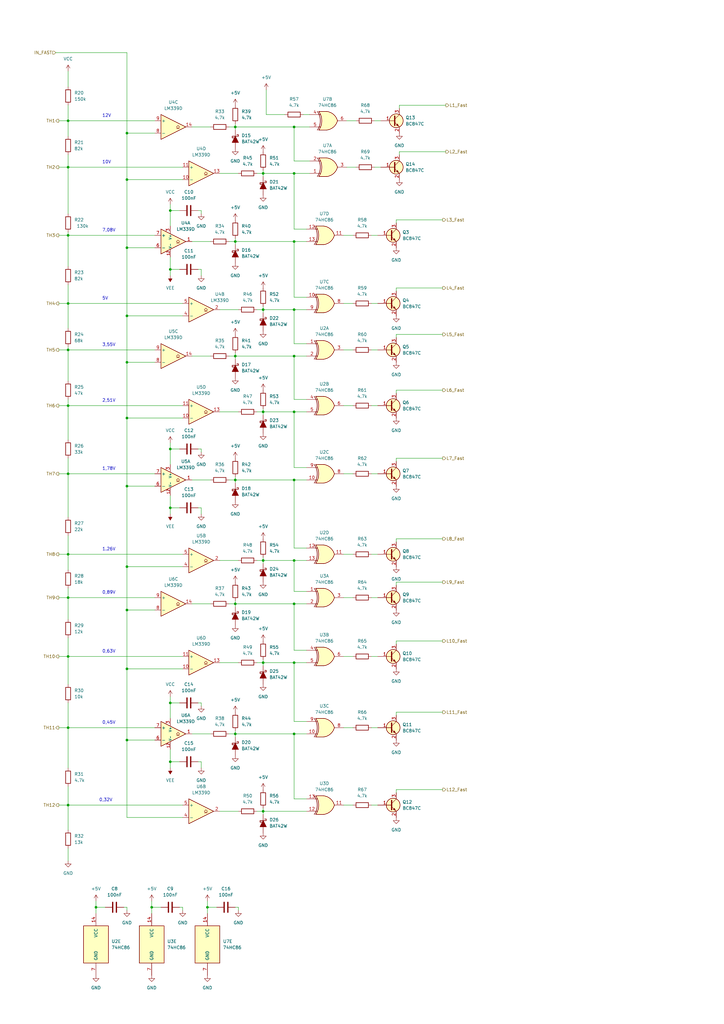
<source format=kicad_sch>
(kicad_sch (version 20211123) (generator eeschema)
  (paper "A3" portrait)
  (junction (at 96.52 196.85))
  (junction (at 107.95 127))
  (junction (at 69.85 312.42))
  (junction (at 107.95 168.91))
  (junction (at 27.94 68.58))
  (junction (at 52.07 199.39))
  (junction (at 120.65 168.91))
  (junction (at 120.65 71.12))
  (junction (at 52.07 129.54))
  (junction (at 107.95 271.78))
  (junction (at 120.65 300.99))
  (junction (at 85.09 372.11))
  (junction (at 120.65 229.87))
  (junction (at 27.94 166.37))
  (junction (at 120.65 271.78))
  (junction (at 107.95 332.74))
  (junction (at 27.94 49.53))
  (junction (at 62.23 372.11))
  (junction (at 96.52 146.05))
  (junction (at 27.94 124.46))
  (junction (at 52.07 274.32))
  (junction (at 69.85 288.29))
  (junction (at 39.37 372.11))
  (junction (at 69.85 110.49))
  (junction (at 52.07 73.66))
  (junction (at 120.65 146.05))
  (junction (at 27.94 194.31))
  (junction (at 96.52 99.06))
  (junction (at 27.94 227.33))
  (junction (at 96.52 247.65))
  (junction (at 107.95 229.87))
  (junction (at 69.85 208.28))
  (junction (at 96.52 300.99))
  (junction (at 107.95 71.12))
  (junction (at 27.94 245.11))
  (junction (at 52.07 232.41))
  (junction (at 120.65 52.07))
  (junction (at 27.94 269.24))
  (junction (at 120.65 247.65))
  (junction (at 27.94 96.52))
  (junction (at 52.07 171.45))
  (junction (at 52.07 303.53))
  (junction (at 120.65 127))
  (junction (at 120.65 99.06))
  (junction (at 52.07 54.61))
  (junction (at 120.65 196.85))
  (junction (at 52.07 250.19))
  (junction (at 27.94 143.51))
  (junction (at 96.52 52.07))
  (junction (at 27.94 330.2))
  (junction (at 69.85 86.36))
  (junction (at 27.94 298.45))
  (junction (at 69.85 184.15))
  (junction (at 52.07 101.6))
  (junction (at 52.07 148.59))
  (wire (pts (xy 27.94 241.3) (xy 27.94 245.11)))
  (wire (pts (xy 162.56 187.96) (xy 162.56 189.23)))
  (wire (pts (xy 120.65 271.78) (xy 120.65 295.91)))
  (wire (pts (xy 96.52 247.65) (xy 120.65 247.65)))
  (wire (pts (xy 39.37 372.11) (xy 39.37 374.65)))
  (wire (pts (xy 120.65 146.05) (xy 125.73 146.05)))
  (wire (pts (xy 152.4 166.37) (xy 154.94 166.37)))
  (wire (pts (xy 107.95 167.64) (xy 107.95 168.91)))
  (wire (pts (xy 162.56 137.16) (xy 181.61 137.16)))
  (wire (pts (xy 27.94 330.2) (xy 27.94 340.36)))
  (wire (pts (xy 107.95 271.78) (xy 107.95 273.05)))
  (wire (pts (xy 120.65 99.06) (xy 120.65 121.92)))
  (wire (pts (xy 73.66 110.49) (xy 69.85 110.49)))
  (wire (pts (xy 96.52 52.07) (xy 120.65 52.07)))
  (wire (pts (xy 27.94 298.45) (xy 63.5 298.45)))
  (wire (pts (xy 82.55 288.29) (xy 81.28 288.29)))
  (wire (pts (xy 52.07 21.59) (xy 52.07 54.61)))
  (wire (pts (xy 120.65 71.12) (xy 127 71.12)))
  (wire (pts (xy 120.65 168.91) (xy 120.65 191.77)))
  (wire (pts (xy 163.83 43.18) (xy 163.83 44.45)))
  (wire (pts (xy 62.23 372.11) (xy 62.23 374.65)))
  (wire (pts (xy 96.52 300.99) (xy 96.52 302.26)))
  (wire (pts (xy 27.94 142.24) (xy 27.94 143.51)))
  (wire (pts (xy 24.13 96.52) (xy 27.94 96.52)))
  (wire (pts (xy 27.94 227.33) (xy 74.93 227.33)))
  (wire (pts (xy 27.94 68.58) (xy 27.94 87.63)))
  (wire (pts (xy 78.74 99.06) (xy 86.36 99.06)))
  (wire (pts (xy 22.86 21.59) (xy 52.07 21.59)))
  (wire (pts (xy 105.41 229.87) (xy 107.95 229.87)))
  (wire (pts (xy 152.4 245.11) (xy 154.94 245.11)))
  (wire (pts (xy 69.85 208.28) (xy 69.85 203.2)))
  (wire (pts (xy 27.94 269.24) (xy 27.94 280.67)))
  (wire (pts (xy 162.56 292.1) (xy 181.61 292.1)))
  (wire (pts (xy 52.07 148.59) (xy 52.07 171.45)))
  (wire (pts (xy 52.07 101.6) (xy 52.07 129.54)))
  (wire (pts (xy 24.13 68.58) (xy 27.94 68.58)))
  (wire (pts (xy 162.56 137.16) (xy 162.56 138.43)))
  (wire (pts (xy 120.65 271.78) (xy 125.73 271.78)))
  (wire (pts (xy 52.07 73.66) (xy 52.07 101.6)))
  (wire (pts (xy 162.56 220.98) (xy 162.56 222.25)))
  (wire (pts (xy 162.56 323.85) (xy 181.61 323.85)))
  (wire (pts (xy 27.94 95.25) (xy 27.94 96.52)))
  (wire (pts (xy 140.97 227.33) (xy 144.78 227.33)))
  (wire (pts (xy 120.65 229.87) (xy 120.65 242.57)))
  (wire (pts (xy 162.56 118.11) (xy 162.56 119.38)))
  (wire (pts (xy 69.85 312.42) (xy 69.85 314.96)))
  (wire (pts (xy 82.55 314.96) (xy 82.55 312.42)))
  (wire (pts (xy 105.41 332.74) (xy 107.95 332.74)))
  (wire (pts (xy 120.65 121.92) (xy 125.73 121.92)))
  (wire (pts (xy 69.85 288.29) (xy 69.85 294.64)))
  (wire (pts (xy 24.13 49.53) (xy 27.94 49.53)))
  (wire (pts (xy 162.56 238.76) (xy 162.56 240.03)))
  (wire (pts (xy 97.79 372.11) (xy 97.79 373.38)))
  (wire (pts (xy 27.94 261.62) (xy 27.94 269.24)))
  (wire (pts (xy 96.52 195.58) (xy 96.52 196.85)))
  (wire (pts (xy 27.94 227.33) (xy 27.94 233.68)))
  (wire (pts (xy 24.13 330.2) (xy 27.94 330.2)))
  (wire (pts (xy 74.93 372.11) (xy 73.66 372.11)))
  (wire (pts (xy 90.17 71.12) (xy 97.79 71.12)))
  (wire (pts (xy 73.66 184.15) (xy 69.85 184.15)))
  (wire (pts (xy 140.97 330.2) (xy 144.78 330.2)))
  (wire (pts (xy 78.74 146.05) (xy 86.36 146.05)))
  (wire (pts (xy 52.07 274.32) (xy 52.07 303.53)))
  (wire (pts (xy 52.07 250.19) (xy 52.07 274.32)))
  (wire (pts (xy 96.52 52.07) (xy 96.52 53.34)))
  (wire (pts (xy 27.94 49.53) (xy 27.94 55.88)))
  (wire (pts (xy 24.13 166.37) (xy 27.94 166.37)))
  (wire (pts (xy 96.52 99.06) (xy 96.52 100.33)))
  (wire (pts (xy 27.94 49.53) (xy 63.5 49.53)))
  (wire (pts (xy 27.94 166.37) (xy 74.93 166.37)))
  (wire (pts (xy 82.55 184.15) (xy 81.28 184.15)))
  (wire (pts (xy 52.07 148.59) (xy 63.5 148.59)))
  (wire (pts (xy 120.65 163.83) (xy 125.73 163.83)))
  (wire (pts (xy 52.07 335.28) (xy 74.93 335.28)))
  (wire (pts (xy 85.09 372.11) (xy 85.09 374.65)))
  (wire (pts (xy 96.52 97.79) (xy 96.52 99.06)))
  (wire (pts (xy 107.95 332.74) (xy 125.73 332.74)))
  (wire (pts (xy 27.94 298.45) (xy 27.94 314.96)))
  (wire (pts (xy 27.94 96.52) (xy 63.5 96.52)))
  (wire (pts (xy 152.4 298.45) (xy 154.94 298.45)))
  (wire (pts (xy 107.95 71.12) (xy 120.65 71.12)))
  (wire (pts (xy 140.97 166.37) (xy 144.78 166.37)))
  (wire (pts (xy 152.4 96.52) (xy 154.94 96.52)))
  (wire (pts (xy 120.65 242.57) (xy 125.73 242.57)))
  (wire (pts (xy 24.13 194.31) (xy 27.94 194.31)))
  (wire (pts (xy 96.52 146.05) (xy 96.52 147.32)))
  (wire (pts (xy 52.07 250.19) (xy 63.5 250.19)))
  (wire (pts (xy 27.94 96.52) (xy 27.94 109.22)))
  (wire (pts (xy 96.52 247.65) (xy 96.52 248.92)))
  (wire (pts (xy 120.65 300.99) (xy 120.65 327.66)))
  (wire (pts (xy 120.65 224.79) (xy 125.73 224.79)))
  (wire (pts (xy 69.85 312.42) (xy 69.85 307.34)))
  (wire (pts (xy 96.52 196.85) (xy 120.65 196.85)))
  (wire (pts (xy 27.94 166.37) (xy 27.94 180.34)))
  (wire (pts (xy 90.17 271.78) (xy 97.79 271.78)))
  (wire (pts (xy 52.07 171.45) (xy 52.07 199.39)))
  (wire (pts (xy 120.65 146.05) (xy 120.65 163.83)))
  (wire (pts (xy 93.98 196.85) (xy 96.52 196.85)))
  (wire (pts (xy 140.97 298.45) (xy 144.78 298.45)))
  (wire (pts (xy 105.41 168.91) (xy 107.95 168.91)))
  (wire (pts (xy 27.94 347.98) (xy 27.94 353.06)))
  (wire (pts (xy 162.56 220.98) (xy 181.61 220.98)))
  (wire (pts (xy 90.17 127) (xy 97.79 127)))
  (wire (pts (xy 69.85 83.82) (xy 69.85 86.36)))
  (wire (pts (xy 105.41 71.12) (xy 107.95 71.12)))
  (wire (pts (xy 152.4 194.31) (xy 154.94 194.31)))
  (wire (pts (xy 27.94 143.51) (xy 27.94 156.21)))
  (wire (pts (xy 78.74 247.65) (xy 86.36 247.65)))
  (wire (pts (xy 27.94 68.58) (xy 74.93 68.58)))
  (wire (pts (xy 140.97 269.24) (xy 144.78 269.24)))
  (wire (pts (xy 162.56 160.02) (xy 181.61 160.02)))
  (wire (pts (xy 52.07 199.39) (xy 52.07 232.41)))
  (wire (pts (xy 120.65 71.12) (xy 120.65 93.98)))
  (wire (pts (xy 140.97 143.51) (xy 144.78 143.51)))
  (wire (pts (xy 24.13 298.45) (xy 27.94 298.45)))
  (wire (pts (xy 69.85 110.49) (xy 69.85 105.41)))
  (wire (pts (xy 74.93 372.11) (xy 74.93 373.38)))
  (wire (pts (xy 27.94 63.5) (xy 27.94 68.58)))
  (wire (pts (xy 93.98 247.65) (xy 96.52 247.65)))
  (wire (pts (xy 69.85 208.28) (xy 69.85 210.82)))
  (wire (pts (xy 120.65 93.98) (xy 125.73 93.98)))
  (wire (pts (xy 52.07 199.39) (xy 63.5 199.39)))
  (wire (pts (xy 162.56 160.02) (xy 162.56 161.29)))
  (wire (pts (xy 52.07 232.41) (xy 52.07 250.19)))
  (wire (pts (xy 107.95 270.51) (xy 107.95 271.78)))
  (wire (pts (xy 162.56 90.17) (xy 162.56 91.44)))
  (wire (pts (xy 82.55 210.82) (xy 82.55 208.28)))
  (wire (pts (xy 52.07 232.41) (xy 74.93 232.41)))
  (wire (pts (xy 120.65 99.06) (xy 125.73 99.06)))
  (wire (pts (xy 43.18 372.11) (xy 39.37 372.11)))
  (wire (pts (xy 27.94 163.83) (xy 27.94 166.37)))
  (wire (pts (xy 39.37 369.57) (xy 39.37 372.11)))
  (wire (pts (xy 96.52 246.38) (xy 96.52 247.65)))
  (wire (pts (xy 120.65 66.04) (xy 127 66.04)))
  (wire (pts (xy 162.56 118.11) (xy 181.61 118.11)))
  (wire (pts (xy 73.66 86.36) (xy 69.85 86.36)))
  (wire (pts (xy 52.07 303.53) (xy 63.5 303.53)))
  (wire (pts (xy 27.94 194.31) (xy 27.94 212.09)))
  (wire (pts (xy 66.04 372.11) (xy 62.23 372.11)))
  (wire (pts (xy 162.56 323.85) (xy 162.56 325.12)))
  (wire (pts (xy 78.74 196.85) (xy 86.36 196.85)))
  (wire (pts (xy 52.07 54.61) (xy 63.5 54.61)))
  (wire (pts (xy 24.13 245.11) (xy 27.94 245.11)))
  (wire (pts (xy 69.85 184.15) (xy 69.85 190.5)))
  (wire (pts (xy 107.95 127) (xy 107.95 128.27)))
  (wire (pts (xy 96.52 144.78) (xy 96.52 146.05)))
  (wire (pts (xy 93.98 99.06) (xy 96.52 99.06)))
  (wire (pts (xy 163.83 62.23) (xy 182.88 62.23)))
  (wire (pts (xy 107.95 69.85) (xy 107.95 71.12)))
  (wire (pts (xy 78.74 300.99) (xy 86.36 300.99)))
  (wire (pts (xy 120.65 327.66) (xy 125.73 327.66)))
  (wire (pts (xy 142.24 68.58) (xy 146.05 68.58)))
  (wire (pts (xy 24.13 124.46) (xy 27.94 124.46)))
  (wire (pts (xy 52.07 129.54) (xy 74.93 129.54)))
  (wire (pts (xy 24.13 269.24) (xy 27.94 269.24)))
  (wire (pts (xy 120.65 52.07) (xy 127 52.07)))
  (wire (pts (xy 96.52 300.99) (xy 120.65 300.99)))
  (wire (pts (xy 120.65 140.97) (xy 125.73 140.97)))
  (wire (pts (xy 85.09 369.57) (xy 85.09 372.11)))
  (wire (pts (xy 27.94 194.31) (xy 63.5 194.31)))
  (wire (pts (xy 27.94 245.11) (xy 27.94 254)))
  (wire (pts (xy 82.55 208.28) (xy 81.28 208.28)))
  (wire (pts (xy 162.56 187.96) (xy 181.61 187.96)))
  (wire (pts (xy 152.4 227.33) (xy 154.94 227.33)))
  (wire (pts (xy 24.13 227.33) (xy 27.94 227.33)))
  (wire (pts (xy 107.95 271.78) (xy 120.65 271.78)))
  (wire (pts (xy 27.94 330.2) (xy 74.93 330.2)))
  (wire (pts (xy 124.46 46.99) (xy 127 46.99)))
  (wire (pts (xy 27.94 219.71) (xy 27.94 227.33)))
  (wire (pts (xy 120.65 127) (xy 125.73 127)))
  (wire (pts (xy 152.4 124.46) (xy 154.94 124.46)))
  (wire (pts (xy 88.9 372.11) (xy 85.09 372.11)))
  (wire (pts (xy 140.97 96.52) (xy 144.78 96.52)))
  (wire (pts (xy 120.65 196.85) (xy 120.65 224.79)))
  (wire (pts (xy 27.94 124.46) (xy 27.94 134.62)))
  (wire (pts (xy 73.66 288.29) (xy 69.85 288.29)))
  (wire (pts (xy 140.97 124.46) (xy 144.78 124.46)))
  (wire (pts (xy 120.65 168.91) (xy 125.73 168.91)))
  (wire (pts (xy 27.94 245.11) (xy 63.5 245.11)))
  (wire (pts (xy 52.07 73.66) (xy 74.93 73.66)))
  (wire (pts (xy 107.95 229.87) (xy 107.95 231.14)))
  (wire (pts (xy 73.66 312.42) (xy 69.85 312.42)))
  (wire (pts (xy 27.94 124.46) (xy 74.93 124.46)))
  (wire (pts (xy 107.95 168.91) (xy 120.65 168.91)))
  (wire (pts (xy 107.95 332.74) (xy 107.95 334.01)))
  (wire (pts (xy 69.85 285.75) (xy 69.85 288.29)))
  (wire (pts (xy 52.07 274.32) (xy 74.93 274.32)))
  (wire (pts (xy 52.07 303.53) (xy 52.07 335.28)))
  (wire (pts (xy 27.94 322.58) (xy 27.94 330.2)))
  (wire (pts (xy 107.95 228.6) (xy 107.95 229.87)))
  (wire (pts (xy 107.95 125.73) (xy 107.95 127)))
  (wire (pts (xy 120.65 191.77) (xy 125.73 191.77)))
  (wire (pts (xy 96.52 299.72) (xy 96.52 300.99)))
  (wire (pts (xy 107.95 71.12) (xy 107.95 72.39)))
  (wire (pts (xy 27.94 43.18) (xy 27.94 49.53)))
  (wire (pts (xy 120.65 127) (xy 120.65 140.97)))
  (wire (pts (xy 93.98 146.05) (xy 96.52 146.05)))
  (wire (pts (xy 82.55 86.36) (xy 81.28 86.36)))
  (wire (pts (xy 82.55 110.49) (xy 81.28 110.49)))
  (wire (pts (xy 52.07 54.61) (xy 52.07 73.66)))
  (wire (pts (xy 63.5 143.51) (xy 27.94 143.51)))
  (wire (pts (xy 140.97 194.31) (xy 144.78 194.31)))
  (wire (pts (xy 82.55 184.15) (xy 82.55 185.42)))
  (wire (pts (xy 107.95 229.87) (xy 120.65 229.87)))
  (wire (pts (xy 52.07 372.11) (xy 52.07 373.38)))
  (wire (pts (xy 152.4 143.51) (xy 154.94 143.51)))
  (wire (pts (xy 120.65 229.87) (xy 125.73 229.87)))
  (wire (pts (xy 27.94 187.96) (xy 27.94 194.31)))
  (wire (pts (xy 109.22 46.99) (xy 109.22 36.83)))
  (wire (pts (xy 27.94 116.84) (xy 27.94 124.46)))
  (wire (pts (xy 120.65 52.07) (xy 120.65 66.04)))
  (wire (pts (xy 152.4 330.2) (xy 154.94 330.2)))
  (wire (pts (xy 93.98 300.99) (xy 96.52 300.99)))
  (wire (pts (xy 120.65 266.7) (xy 125.73 266.7)))
  (wire (pts (xy 116.84 46.99) (xy 109.22 46.99)))
  (wire (pts (xy 163.83 43.18) (xy 182.88 43.18)))
  (wire (pts (xy 96.52 99.06) (xy 120.65 99.06)))
  (wire (pts (xy 105.41 127) (xy 107.95 127)))
  (wire (pts (xy 142.24 49.53) (xy 146.05 49.53)))
  (wire (pts (xy 120.65 247.65) (xy 125.73 247.65)))
  (wire (pts (xy 93.98 52.07) (xy 96.52 52.07)))
  (wire (pts (xy 90.17 332.74) (xy 97.79 332.74)))
  (wire (pts (xy 107.95 331.47) (xy 107.95 332.74)))
  (wire (pts (xy 82.55 86.36) (xy 82.55 87.63)))
  (wire (pts (xy 107.95 168.91) (xy 107.95 170.18)))
  (wire (pts (xy 96.52 196.85) (xy 96.52 198.12)))
  (wire (pts (xy 82.55 113.03) (xy 82.55 110.49)))
  (wire (pts (xy 62.23 369.57) (xy 62.23 372.11)))
  (wire (pts (xy 120.65 300.99) (xy 125.73 300.99)))
  (wire (pts (xy 69.85 110.49) (xy 69.85 113.03)))
  (wire (pts (xy 140.97 245.11) (xy 144.78 245.11)))
  (wire (pts (xy 52.07 372.11) (xy 50.8 372.11)))
  (wire (pts (xy 107.95 127) (xy 120.65 127)))
  (wire (pts (xy 153.67 49.53) (xy 156.21 49.53)))
  (wire (pts (xy 120.65 196.85) (xy 125.73 196.85)))
  (wire (pts (xy 69.85 181.61) (xy 69.85 184.15)))
  (wire (pts (xy 52.07 171.45) (xy 74.93 171.45)))
  (wire (pts (xy 152.4 269.24) (xy 154.94 269.24)))
  (wire (pts (xy 82.55 288.29) (xy 82.55 289.56)))
  (wire (pts (xy 27.94 288.29) (xy 27.94 298.45)))
  (wire (pts (xy 97.79 372.11) (xy 96.52 372.11)))
  (wire (pts (xy 162.56 262.89) (xy 181.61 262.89)))
  (wire (pts (xy 27.94 269.24) (xy 74.93 269.24)))
  (wire (pts (xy 120.65 247.65) (xy 120.65 266.7)))
  (wire (pts (xy 105.41 271.78) (xy 107.95 271.78)))
  (wire (pts (xy 96.52 50.8) (xy 96.52 52.07)))
  (wire (pts (xy 153.67 68.58) (xy 156.21 68.58)))
  (wire (pts (xy 24.13 143.51) (xy 27.94 143.51)))
  (wire (pts (xy 27.94 29.21) (xy 27.94 35.56)))
  (wire (pts (xy 162.56 90.17) (xy 181.61 90.17)))
  (wire (pts (xy 78.74 52.07) (xy 86.36 52.07)))
  (wire (pts (xy 162.56 262.89) (xy 162.56 264.16)))
  (wire (pts (xy 52.07 129.54) (xy 52.07 148.59)))
  (wire (pts (xy 63.5 101.6) (xy 52.07 101.6)))
  (wire (pts (xy 73.66 208.28) (xy 69.85 208.28)))
  (wire (pts (xy 96.52 146.05) (xy 120.65 146.05)))
  (wire (pts (xy 120.65 295.91) (xy 125.73 295.91)))
  (wire (pts (xy 90.17 168.91) (xy 97.79 168.91)))
  (wire (pts (xy 163.83 62.23) (xy 163.83 63.5)))
  (wire (pts (xy 69.85 86.36) (xy 69.85 92.71)))
  (wire (pts (xy 90.17 229.87) (xy 97.79 229.87)))
  (wire (pts (xy 162.56 238.76) (xy 181.61 238.76)))
  (wire (pts (xy 82.55 312.42) (xy 81.28 312.42)))
  (wire (pts (xy 162.56 292.1) (xy 162.56 293.37)))
  (text "3,55V" (at 41.91 142.24 0) (effects (font (size 1.27 1.27)) (justify left bottom)))
  (text "7,08V" (at 41.91 95.25 0) (effects (font (size 1.27 1.27)) (justify left bottom)))
  (text "5V" (at 41.91 123.19 0) (effects (font (size 1.27 1.27)) (justify left bottom)))
  (text "0,89V" (at 41.91 243.84 0) (effects (font (size 1.27 1.27)) (justify left bottom)))
  (text "10V" (at 41.91 67.31 0) (effects (font (size 1.27 1.27)) (justify left bottom)))
  (text "1,78V" (at 41.91 193.04 0) (effects (font (size 1.27 1.27)) (justify left bottom)))
  (text "0,63V" (at 41.91 267.97 0) (effects (font (size 1.27 1.27)) (justify left bottom)))
  (text "2,51V" (at 41.91 165.1 0) (effects (font (size 1.27 1.27)) (justify left bottom)))
  (text "0,45V" (at 41.91 297.18 0) (effects (font (size 1.27 1.27)) (justify left bottom)))
  (text "0,32V" (at 40.64 328.93 0) (effects (font (size 1.27 1.27)) (justify left bottom)))
  (text "1.26V" (at 41.91 226.06 0) (effects (font (size 1.27 1.27)) (justify left bottom)))
  (text "12V" (at 41.91 48.26 0) (effects (font (size 1.27 1.27)) (justify left bottom)))
  (hierarchical_label "TH6" (shape output) (at 24.13 166.37 180))
  (hierarchical_label "L3_Fast" (shape output) (at 181.61 90.17 0))
  (hierarchical_label "TH7" (shape output) (at 24.13 194.31 180))
  (hierarchical_label "TH4" (shape output) (at 24.13 124.46 180))
  (hierarchical_label "L5_Fast" (shape output) (at 181.61 137.16 0))
  (hierarchical_label "L1_Fast" (shape output) (at 182.88 43.18 0))
  (hierarchical_label "L9_Fast" (shape output) (at 181.61 238.76 0))
  (hierarchical_label "L4_Fast" (shape output) (at 181.61 118.11 0))
  (hierarchical_label "TH10" (shape output) (at 24.13 269.24 180))
  (hierarchical_label "L2_Fast" (shape output) (at 182.88 62.23 0))
  (hierarchical_label "L11_Fast" (shape output) (at 181.61 292.1 0))
  (hierarchical_label "TH11" (shape output) (at 24.13 298.45 180))
  (hierarchical_label "TH3" (shape output) (at 24.13 96.52 180))
  (hierarchical_label "TH12" (shape output) (at 24.13 330.2 180))
  (hierarchical_label "L12_Fast" (shape output) (at 181.61 323.85 0))
  (hierarchical_label "L7_Fast" (shape output) (at 181.61 187.96 0))
  (hierarchical_label "TH8" (shape output) (at 24.13 227.33 180))
  (hierarchical_label "TH2" (shape output) (at 24.13 68.58 180))
  (hierarchical_label "L8_Fast" (shape output) (at 181.61 220.98 0))
  (hierarchical_label "L6_Fast" (shape output) (at 181.61 160.02 0))
  (hierarchical_label "IN_FAST" (shape input) (at 22.86 21.59 180))
  (hierarchical_label "TH1" (shape output) (at 24.13 49.53 180))
  (hierarchical_label "TH5" (shape output) (at 24.13 143.51 180))
  (hierarchical_label "TH9" (shape output) (at 24.13 245.11 180))
  (hierarchical_label "L10_Fast" (shape output) (at 181.61 262.89 0))
  (symbol (lib_id "Analog_Comparator_AKL:LM339D") (at 81.28 229.87 0) (unit 2)
    (property "Reference" "U5" (at 82.55 219.71 0))
    (property "Value" "LM339D" (at 82.55 222.25 0))
    (property "Footprint" "Package_SO_AKL:SOIC-14_3.9x8.7mm_P1.27mm" (effects hide))
    (property "Datasheet" "https://www.ti.com/lit/ds/symlink/lm339.pdf?ts=1641610666276&ref_url=https%253A%252F%252Fwww.google.com%252F" (effects hide))
  )
  (symbol (lib_id "4ms_Power-symbol:GND") (at 107.95 280.67 0) (unit 1)
    (property "Reference" "#PWR076" (effects hide))
    (property "Value" "GND" (at 107.95 285.75 0))
  )
  (symbol (lib_id "4ms_Power-symbol:GND") (at 82.55 289.56 0) (unit 1)
    (property "Reference" "#PWR050" (effects hide))
    (property "Value" "GND" (at 82.55 294.64 0))
  )
  (symbol (lib_id "Device:R") (at 96.52 140.97 180) (unit 1)
    (property "Reference" "R41" (at 99.06 139.6999 0) (effects (justify right)))
    (property "Value" "4.7k" (at 99.06 142.2399 0) (effects (justify right)))
    (property "Footprint" "Resistor_SMD_AKL:R_0603_1608Metric" (effects hide))
  )
  (symbol (lib_id "Transistor_BJT_AKL:BC847C") (at 160.02 166.37 0) (unit 1)
    (property "Reference" "Q6" (at 165.1 165.0999 0) (effects (justify left)))
    (property "Value" "BC847C" (at 165.1 167.6399 0) (effects (justify left)))
    (property "Footprint" "Package_TO_SOT_SMD_AKL:SOT-23" (effects hide))
    (property "Datasheet" "https://assets.nexperia.com/documents/data-sheet/BC847_SER.pdf" (effects hide))
  )
  (symbol (lib_id "Device:C") (at 92.71 372.11 90) (unit 1)
    (property "Reference" "C16" (at 92.71 364.49 90))
    (property "Value" "100nF" (at 92.71 367.03 90))
    (property "Footprint" "Capacitor_SMD_AKL:C_0603_1608Metric" (effects hide))
  )
  (symbol (lib_id "Transistor_BJT_AKL:BC847C") (at 161.29 68.58 0) (unit 1)
    (property "Reference" "Q14" (at 166.37 67.3099 0) (effects (justify left)))
    (property "Value" "BC847C" (at 166.37 69.8499 0) (effects (justify left)))
    (property "Footprint" "Package_TO_SOT_SMD_AKL:SOT-23" (effects hide))
    (property "Datasheet" "https://assets.nexperia.com/documents/data-sheet/BC847_SER.pdf" (effects hide))
  )
  (symbol (lib_id "Device:R") (at 96.52 295.91 180) (unit 1)
    (property "Reference" "R44" (at 99.06 294.6399 0) (effects (justify right)))
    (property "Value" "4.7k" (at 99.06 297.1799 0) (effects (justify right)))
    (property "Footprint" "Resistor_SMD_AKL:R_0603_1608Metric" (effects hide))
  )
  (symbol (lib_id "4ms_Power-symbol:GND") (at 162.56 101.6 0) (unit 1)
    (property "Reference" "#PWR080" (effects hide))
    (property "Value" "GND" (at 162.56 106.68 0))
  )
  (symbol (lib_id "4ms_Power-symbol:GND") (at 96.52 60.96 0) (unit 1)
    (property "Reference" "#PWR055" (effects hide))
    (property "Value" "GND" (at 96.52 66.04 0))
  )
  (symbol (lib_id "4ms_Power-symbol:GND") (at 82.55 210.82 0) (unit 1)
    (property "Reference" "#PWR049" (effects hide))
    (property "Value" "GND" (at 82.55 215.9 0))
  )
  (symbol (lib_id "Device:R") (at 96.52 93.98 180) (unit 1)
    (property "Reference" "R40" (at 99.06 92.7099 0) (effects (justify right)))
    (property "Value" "4.7k" (at 99.06 95.2499 0) (effects (justify right)))
    (property "Footprint" "Resistor_SMD_AKL:R_0603_1608Metric" (effects hide))
  )
  (symbol (lib_id "Diode_Schottky_AKL:BAT42W") (at 96.52 201.93 90) (unit 1)
    (property "Reference" "D18" (at 99.06 200.3424 90) (effects (justify right)))
    (property "Value" "BAT42W" (at 99.06 202.8824 90) (effects (justify right)))
    (property "Footprint" "Diode_SMD_AKL:D_SOD-123" (effects hide))
    (property "Datasheet" "https://www.tme.eu/Document/91406120671cf75e3696882adf3c3b09/BAT42W_43W.pdf" (effects hide))
  )
  (symbol (lib_id "Device:R") (at 148.59 298.45 270) (unit 1)
    (property "Reference" "R66" (at 148.59 292.1 90))
    (property "Value" "4.7k" (at 148.59 294.64 90))
    (property "Footprint" "Resistor_SMD_AKL:R_0603_1608Metric" (effects hide))
  )
  (symbol (lib_id "Device:R") (at 90.17 300.99 90) (unit 1)
    (property "Reference" "R38" (at 90.17 294.64 90))
    (property "Value" "4.7k" (at 90.17 297.18 90))
    (property "Footprint" "Resistor_SMD_AKL:R_0603_1608Metric" (effects hide))
  )
  (symbol (lib_id "74xx:74HC86") (at 39.37 387.35 0) (unit 5)
    (property "Reference" "U2" (at 45.72 386.0799 0) (effects (justify left)))
    (property "Value" "74HC86" (at 45.72 388.6199 0) (effects (justify left)))
    (property "Footprint" "Package_SO_AKL:SOIC-14_3.9x8.7mm_P1.27mm" (effects hide))
    (property "Datasheet" "http://www.ti.com/lit/gpn/sn74HC86" (effects hide))
  )
  (symbol (lib_id "Device:R") (at 107.95 66.04 180) (unit 1)
    (property "Reference" "R51" (at 110.49 64.7699 0) (effects (justify right)))
    (property "Value" "4.7k" (at 110.49 67.3099 0) (effects (justify right)))
    (property "Footprint" "Resistor_SMD_AKL:R_0603_1608Metric" (effects hide))
  )
  (symbol (lib_id "Device:R") (at 149.86 49.53 270) (unit 1)
    (property "Reference" "R68" (at 149.86 43.18 90))
    (property "Value" "4.7k" (at 149.86 45.72 90))
    (property "Footprint" "Resistor_SMD_AKL:R_0603_1608Metric" (effects hide))
  )
  (symbol (lib_id "Device:R") (at 90.17 52.07 90) (unit 1)
    (property "Reference" "R33" (at 90.17 45.72 90))
    (property "Value" "4.7k" (at 90.17 48.26 90))
    (property "Footprint" "Resistor_SMD_AKL:R_0603_1608Metric" (effects hide))
  )
  (symbol (lib_id "power:+5V") (at 96.52 292.1 0) (unit 1)
    (property "Reference" "#PWR064" (effects hide))
    (property "Value" "+5V" (at 96.52 287.02 0))
  )
  (symbol (lib_id "Device:R") (at 27.94 237.49 180) (unit 1)
    (property "Reference" "R28" (at 30.48 236.2199 0) (effects (justify right)))
    (property "Value" "18k" (at 30.48 238.7599 0) (effects (justify right)))
    (property "Footprint" "Resistor_SMD_AKL:R_0603_1608Metric" (effects hide))
  )
  (symbol (lib_id "power:VEE") (at 69.85 314.96 180) (unit 1)
    (property "Reference" "#PWR044" (effects hide))
    (property "Value" "VEE" (at 69.85 320.04 0))
  )
  (symbol (lib_id "4ms_Power-symbol:GND") (at 39.37 400.05 0) (unit 1)
    (property "Reference" "#PWR035" (effects hide))
    (property "Value" "GND" (at 39.37 405.13 0))
  )
  (symbol (lib_id "power:+5V") (at 107.95 220.98 0) (unit 1)
    (property "Reference" "#PWR073" (effects hide))
    (property "Value" "+5V" (at 107.95 215.9 0))
  )
  (symbol (lib_id "Device:R") (at 27.94 215.9 180) (unit 1)
    (property "Reference" "R27" (at 30.48 214.6299 0) (effects (justify right)))
    (property "Value" "22k" (at 30.48 217.1699 0) (effects (justify right)))
    (property "Footprint" "Resistor_SMD_AKL:R_0603_1608Metric" (effects hide))
  )
  (symbol (lib_id "Analog_Comparator_AKL:LM339D") (at 69.85 146.05 0) (unit 3)
    (property "Reference" "U5" (at 71.12 135.89 0))
    (property "Value" "LM339D" (at 71.12 138.43 0))
    (property "Footprint" "Package_SO_AKL:SOIC-14_3.9x8.7mm_P1.27mm" (effects hide))
    (property "Datasheet" "https://www.ti.com/lit/ds/symlink/lm339.pdf?ts=1641610666276&ref_url=https%253A%252F%252Fwww.google.com%252F" (effects hide))
  )
  (symbol (lib_id "Analog_Comparator_AKL:LM339D") (at 81.28 71.12 0) (unit 4)
    (property "Reference" "U4" (at 82.55 60.96 0))
    (property "Value" "LM339D" (at 82.55 63.5 0))
    (property "Footprint" "Package_SO_AKL:SOIC-14_3.9x8.7mm_P1.27mm" (effects hide))
    (property "Datasheet" "https://www.ti.com/lit/ds/symlink/lm339.pdf?ts=1641610666276&ref_url=https%253A%252F%252Fwww.google.com%252F" (effects hide))
  )
  (symbol (lib_id "Device:C") (at 77.47 208.28 90) (unit 1)
    (property "Reference" "C13" (at 77.47 200.66 90))
    (property "Value" "100nF" (at 77.47 203.2 90))
    (property "Footprint" "Capacitor_SMD_AKL:C_0603_1608Metric" (effects hide))
  )
  (symbol (lib_id "Transistor_BJT_AKL:BC847C") (at 160.02 269.24 0) (unit 1)
    (property "Reference" "Q10" (at 165.1 267.9699 0) (effects (justify left)))
    (property "Value" "BC847C" (at 165.1 270.5099 0) (effects (justify left)))
    (property "Footprint" "Package_TO_SOT_SMD_AKL:SOT-23" (effects hide))
    (property "Datasheet" "https://assets.nexperia.com/documents/data-sheet/BC847_SER.pdf" (effects hide))
  )
  (symbol (lib_id "4ms_Power-symbol:GND") (at 74.93 373.38 0) (unit 1)
    (property "Reference" "#PWR045" (effects hide))
    (property "Value" "GND" (at 74.93 378.46 0))
  )
  (symbol (lib_id "4ms_Power-symbol:GND") (at 82.55 314.96 0) (unit 1)
    (property "Reference" "#PWR051" (effects hide))
    (property "Value" "GND" (at 82.55 320.04 0))
  )
  (symbol (lib_id "power:+5V") (at 107.95 160.02 0) (unit 1)
    (property "Reference" "#PWR071" (effects hide))
    (property "Value" "+5V" (at 107.95 154.94 0))
  )
  (symbol (lib_id "4ms_Power-symbol:GND") (at 96.52 205.74 0) (unit 1)
    (property "Reference" "#PWR061" (effects hide))
    (property "Value" "GND" (at 96.52 210.82 0))
  )
  (symbol (lib_id "4ms_Power-symbol:GND") (at 96.52 256.54 0) (unit 1)
    (property "Reference" "#PWR063" (effects hide))
    (property "Value" "GND" (at 96.52 261.62 0))
  )
  (symbol (lib_id "Device:R") (at 96.52 242.57 180) (unit 1)
    (property "Reference" "R43" (at 99.06 241.2999 0) (effects (justify right)))
    (property "Value" "4.7k" (at 99.06 243.8399 0) (effects (justify right)))
    (property "Footprint" "Resistor_SMD_AKL:R_0603_1608Metric" (effects hide))
  )
  (symbol (lib_id "power:+5V") (at 107.95 118.11 0) (unit 1)
    (property "Reference" "#PWR069" (effects hide))
    (property "Value" "+5V" (at 107.95 113.03 0))
  )
  (symbol (lib_id "power:VCC") (at 27.94 29.21 0) (unit 1)
    (property "Reference" "#PWR032" (effects hide))
    (property "Value" "VCC" (at 27.94 24.13 0))
  )
  (symbol (lib_id "74xx:74HC86") (at 133.35 194.31 0) (unit 3)
    (property "Reference" "U2" (at 133.0452 185.42 0))
    (property "Value" "74HC86" (at 133.0452 187.96 0))
    (property "Footprint" "Package_SO_AKL:SOIC-14_3.9x8.7mm_P1.27mm" (effects hide))
    (property "Datasheet" "http://www.ti.com/lit/gpn/sn74HC86" (effects hide))
  )
  (symbol (lib_id "4ms_Power-symbol:GND") (at 163.83 54.61 0) (unit 1)
    (property "Reference" "#PWR090" (effects hide))
    (property "Value" "GND" (at 163.83 59.69 0))
  )
  (symbol (lib_id "power:VCC") (at 69.85 181.61 0) (unit 1)
    (property "Reference" "#PWR041" (effects hide))
    (property "Value" "VCC" (at 69.85 176.53 0))
  )
  (symbol (lib_id "4ms_Power-symbol:GND") (at 82.55 113.03 0) (unit 1)
    (property "Reference" "#PWR047" (effects hide))
    (property "Value" "GND" (at 82.55 118.11 0))
  )
  (symbol (lib_id "power:VCC") (at 69.85 285.75 0) (unit 1)
    (property "Reference" "#PWR043" (effects hide))
    (property "Value" "VCC" (at 69.85 280.67 0))
  )
  (symbol (lib_id "Device:C") (at 77.47 110.49 90) (unit 1)
    (property "Reference" "C11" (at 77.47 102.87 90))
    (property "Value" "100nF" (at 77.47 105.41 90))
    (property "Footprint" "Capacitor_SMD_AKL:C_0603_1608Metric" (effects hide))
  )
  (symbol (lib_id "power:+5V") (at 96.52 187.96 0) (unit 1)
    (property "Reference" "#PWR060" (effects hide))
    (property "Value" "+5V" (at 96.52 182.88 0))
  )
  (symbol (lib_id "Device:R") (at 107.95 121.92 180) (unit 1)
    (property "Reference" "R52" (at 110.49 120.6499 0) (effects (justify right)))
    (property "Value" "4.7k" (at 110.49 123.1899 0) (effects (justify right)))
    (property "Footprint" "Resistor_SMD_AKL:R_0603_1608Metric" (effects hide))
  )
  (symbol (lib_id "Analog_Comparator_AKL:LM339D") (at 81.28 332.74 0) (unit 2)
    (property "Reference" "U6" (at 82.55 322.58 0))
    (property "Value" "LM339D" (at 82.55 325.12 0))
    (property "Footprint" "Package_SO_AKL:SOIC-14_3.9x8.7mm_P1.27mm" (effects hide))
    (property "Datasheet" "https://www.ti.com/lit/ds/symlink/lm339.pdf?ts=1641610666276&ref_url=https%253A%252F%252Fwww.google.com%252F" (effects hide))
  )
  (symbol (lib_id "4ms_Power-symbol:GND") (at 162.56 232.41 0) (unit 1)
    (property "Reference" "#PWR085" (effects hide))
    (property "Value" "GND" (at 162.56 237.49 0))
  )
  (symbol (lib_id "4ms_Power-symbol:GND") (at 162.56 335.28 0) (unit 1)
    (property "Reference" "#PWR089" (effects hide))
    (property "Value" "GND" (at 162.56 340.36 0))
  )
  (symbol (lib_id "Device:R") (at 27.94 113.03 180) (unit 1)
    (property "Reference" "R23" (at 30.48 111.7599 0) (effects (justify right)))
    (property "Value" "82k" (at 30.48 114.2999 0) (effects (justify right)))
    (property "Footprint" "Resistor_SMD_AKL:R_0603_1608Metric" (effects hide))
  )
  (symbol (lib_id "Device:R") (at 149.86 68.58 270) (unit 1)
    (property "Reference" "R69" (at 149.86 62.23 90))
    (property "Value" "4.7k" (at 149.86 64.77 90))
    (property "Footprint" "Resistor_SMD_AKL:R_0603_1608Metric" (effects hide))
  )
  (symbol (lib_id "Device:R") (at 107.95 327.66 180) (unit 1)
    (property "Reference" "R56" (at 110.49 326.3899 0) (effects (justify right)))
    (property "Value" "4.7k" (at 110.49 328.9299 0) (effects (justify right)))
    (property "Footprint" "Resistor_SMD_AKL:R_0603_1608Metric" (effects hide))
  )
  (symbol (lib_id "Device:R") (at 90.17 146.05 90) (unit 1)
    (property "Reference" "R35" (at 90.17 139.7 90))
    (property "Value" "4.7k" (at 90.17 142.24 90))
    (property "Footprint" "Resistor_SMD_AKL:R_0603_1608Metric" (effects hide))
  )
  (symbol (lib_id "4ms_Power-symbol:GND") (at 96.52 107.95 0) (unit 1)
    (property "Reference" "#PWR057" (effects hide))
    (property "Value" "GND" (at 96.52 113.03 0))
  )
  (symbol (lib_id "power:VCC") (at 69.85 83.82 0) (unit 1)
    (property "Reference" "#PWR039" (effects hide))
    (property "Value" "VCC" (at 69.85 78.74 0))
  )
  (symbol (lib_id "4ms_Power-symbol:GND") (at 107.95 238.76 0) (unit 1)
    (property "Reference" "#PWR074" (effects hide))
    (property "Value" "GND" (at 107.95 243.84 0))
  )
  (symbol (lib_id "power:VEE") (at 69.85 113.03 180) (unit 1)
    (property "Reference" "#PWR040" (effects hide))
    (property "Value" "VEE" (at 69.85 118.11 0))
  )
  (symbol (lib_id "Diode_Schottky_AKL:BAT42W") (at 96.52 306.07 90) (unit 1)
    (property "Reference" "D20" (at 99.06 304.4824 90) (effects (justify right)))
    (property "Value" "BAT42W" (at 99.06 307.0224 90) (effects (justify right)))
    (property "Footprint" "Diode_SMD_AKL:D_SOD-123" (effects hide))
    (property "Datasheet" "https://www.tme.eu/Document/91406120671cf75e3696882adf3c3b09/BAT42W_43W.pdf" (effects hide))
  )
  (symbol (lib_id "4ms_Power-symbol:GND") (at 162.56 148.59 0) (unit 1)
    (property "Reference" "#PWR082" (effects hide))
    (property "Value" "GND" (at 162.56 153.67 0))
  )
  (symbol (lib_id "Transistor_BJT_AKL:BC847C") (at 160.02 124.46 0) (unit 1)
    (property "Reference" "Q4" (at 165.1 123.1899 0) (effects (justify left)))
    (property "Value" "BC847C" (at 165.1 125.7299 0) (effects (justify left)))
    (property "Footprint" "Package_TO_SOT_SMD_AKL:SOT-23" (effects hide))
    (property "Datasheet" "https://assets.nexperia.com/documents/data-sheet/BC847_SER.pdf" (effects hide))
  )
  (symbol (lib_id "4ms_Power-symbol:GND") (at 96.52 309.88 0) (unit 1)
    (property "Reference" "#PWR065" (effects hide))
    (property "Value" "GND" (at 96.52 314.96 0))
  )
  (symbol (lib_id "power:+5V") (at 96.52 137.16 0) (unit 1)
    (property "Reference" "#PWR058" (effects hide))
    (property "Value" "+5V" (at 96.52 132.08 0))
  )
  (symbol (lib_id "Diode_Schottky_AKL:BAT42W") (at 96.52 104.14 90) (unit 1)
    (property "Reference" "D16" (at 99.06 102.5524 90) (effects (justify right)))
    (property "Value" "BAT42W" (at 99.06 105.0924 90) (effects (justify right)))
    (property "Footprint" "Diode_SMD_AKL:D_SOD-123" (effects hide))
    (property "Datasheet" "https://www.tme.eu/Document/91406120671cf75e3696882adf3c3b09/BAT42W_43W.pdf" (effects hide))
  )
  (symbol (lib_id "Device:R") (at 27.94 160.02 180) (unit 1)
    (property "Reference" "R25" (at 30.48 158.7499 0) (effects (justify right)))
    (property "Value" "47k" (at 30.48 161.2899 0) (effects (justify right)))
    (property "Footprint" "Resistor_SMD_AKL:R_0603_1608Metric" (effects hide))
  )
  (symbol (lib_id "74xx:74HC86") (at 133.35 269.24 0) (unit 2)
    (property "Reference" "U3" (at 133.0452 260.35 0))
    (property "Value" "74HC86" (at 133.0452 262.89 0))
    (property "Footprint" "Package_SO_AKL:SOIC-14_3.9x8.7mm_P1.27mm" (effects hide))
    (property "Datasheet" "http://www.ti.com/lit/gpn/sn74HC86" (effects hide))
  )
  (symbol (lib_id "power:+5V") (at 107.95 62.23 0) (unit 1)
    (property "Reference" "#PWR067" (effects hide))
    (property "Value" "+5V" (at 107.95 57.15 0))
  )
  (symbol (lib_id "Diode_Schottky_AKL:BAT42W") (at 96.52 57.15 90) (unit 1)
    (property "Reference" "D15" (at 99.06 55.5624 90) (effects (justify right)))
    (property "Value" "BAT42W" (at 99.06 58.1024 90) (effects (justify right)))
    (property "Footprint" "Diode_SMD_AKL:D_SOD-123" (effects hide))
    (property "Datasheet" "https://www.tme.eu/Document/91406120671cf75e3696882adf3c3b09/BAT42W_43W.pdf" (effects hide))
  )
  (symbol (lib_id "power:+5V") (at 96.52 43.18 0) (unit 1)
    (property "Reference" "#PWR054" (effects hide))
    (property "Value" "+5V" (at 96.52 38.1 0))
  )
  (symbol (lib_id "Device:R") (at 148.59 269.24 270) (unit 1)
    (property "Reference" "R65" (at 148.59 262.89 90))
    (property "Value" "4.7k" (at 148.59 265.43 90))
    (property "Footprint" "Resistor_SMD_AKL:R_0603_1608Metric" (effects hide))
  )
  (symbol (lib_id "Device:R") (at 101.6 271.78 90) (unit 1)
    (property "Reference" "R49" (at 101.6 265.43 90))
    (property "Value" "4.7k" (at 101.6 267.97 90))
    (property "Footprint" "Resistor_SMD_AKL:R_0603_1608Metric" (effects hide))
  )
  (symbol (lib_id "Transistor_BJT_AKL:BC847C") (at 160.02 298.45 0) (unit 1)
    (property "Reference" "Q11" (at 165.1 297.1799 0) (effects (justify left)))
    (property "Value" "BC847C" (at 165.1 299.7199 0) (effects (justify left)))
    (property "Footprint" "Package_TO_SOT_SMD_AKL:SOT-23" (effects hide))
    (property "Datasheet" "https://assets.nexperia.com/documents/data-sheet/BC847_SER.pdf" (effects hide))
  )
  (symbol (lib_id "Diode_Schottky_AKL:BAT42W") (at 107.95 76.2 90) (unit 1)
    (property "Reference" "D21" (at 110.49 74.6124 90) (effects (justify right)))
    (property "Value" "BAT42W" (at 110.49 77.1524 90) (effects (justify right)))
    (property "Footprint" "Diode_SMD_AKL:D_SOD-123" (effects hide))
    (property "Datasheet" "https://www.tme.eu/Document/91406120671cf75e3696882adf3c3b09/BAT42W_43W.pdf" (effects hide))
  )
  (symbol (lib_id "4ms_Power-symbol:GND") (at 27.94 353.06 0) (unit 1)
    (property "Reference" "#PWR033" (effects hide))
    (property "Value" "GND" (at 27.94 358.14 0))
  )
  (symbol (lib_id "Device:R") (at 107.95 224.79 180) (unit 1)
    (property "Reference" "R54" (at 110.49 223.5199 0) (effects (justify right)))
    (property "Value" "4.7k" (at 110.49 226.0599 0) (effects (justify right)))
    (property "Footprint" "Resistor_SMD_AKL:R_0603_1608Metric" (effects hide))
  )
  (symbol (lib_id "Device:R") (at 101.6 332.74 90) (unit 1)
    (property "Reference" "R50" (at 101.6 326.39 90))
    (property "Value" "4.7k" (at 101.6 328.93 90))
    (property "Footprint" "Resistor_SMD_AKL:R_0603_1608Metric" (effects hide))
  )
  (symbol (lib_id "4ms_Power-symbol:GND") (at 163.83 73.66 0) (unit 1)
    (property "Reference" "#PWR091" (effects hide))
    (property "Value" "GND" (at 163.83 78.74 0))
  )
  (symbol (lib_id "4ms_Power-symbol:GND") (at 107.95 341.63 0) (unit 1)
    (property "Reference" "#PWR078" (effects hide))
    (property "Value" "GND" (at 107.95 346.71 0))
  )
  (symbol (lib_id "Diode_Schottky_AKL:BAT42W") (at 107.95 173.99 90) (unit 1)
    (property "Reference" "D23" (at 110.49 172.4024 90) (effects (justify right)))
    (property "Value" "BAT42W" (at 110.49 174.9424 90) (effects (justify right)))
    (property "Footprint" "Diode_SMD_AKL:D_SOD-123" (effects hide))
    (property "Datasheet" "https://www.tme.eu/Document/91406120671cf75e3696882adf3c3b09/BAT42W_43W.pdf" (effects hide))
  )
  (symbol (lib_id "Device:R") (at 107.95 163.83 180) (unit 1)
    (property "Reference" "R53" (at 110.49 162.5599 0) (effects (justify right)))
    (property "Value" "4.7k" (at 110.49 165.0999 0) (effects (justify right)))
    (property "Footprint" "Resistor_SMD_AKL:R_0603_1608Metric" (effects hide))
  )
  (symbol (lib_id "4ms_Power-symbol:GND") (at 82.55 185.42 0) (unit 1)
    (property "Reference" "#PWR048" (effects hide))
    (property "Value" "GND" (at 82.55 190.5 0))
  )
  (symbol (lib_id "power:+5V") (at 107.95 262.89 0) (unit 1)
    (property "Reference" "#PWR075" (effects hide))
    (property "Value" "+5V" (at 107.95 257.81 0))
  )
  (symbol (lib_id "Device:R") (at 27.94 59.69 180) (unit 1)
    (property "Reference" "R21" (at 30.48 58.4199 0) (effects (justify right)))
    (property "Value" "82k" (at 30.48 60.9599 0) (effects (justify right)))
    (property "Footprint" "Resistor_SMD_AKL:R_0603_1608Metric" (effects hide))
  )
  (symbol (lib_id "Device:R") (at 148.59 194.31 270) (unit 1)
    (property "Reference" "R62" (at 148.59 187.96 90))
    (property "Value" "4.7k" (at 148.59 190.5 90))
    (property "Footprint" "Resistor_SMD_AKL:R_0603_1608Metric" (effects hide))
  )
  (symbol (lib_id "Device:C") (at 77.47 312.42 90) (unit 1)
    (property "Reference" "C15" (at 77.47 304.8 90))
    (property "Value" "100nF" (at 77.47 307.34 90))
    (property "Footprint" "Capacitor_SMD_AKL:C_0603_1608Metric" (effects hide))
  )
  (symbol (lib_id "4ms_Power-symbol:GND") (at 85.09 400.05 0) (unit 1)
    (property "Reference" "#PWR053" (effects hide))
    (property "Value" "GND" (at 85.09 405.13 0))
  )
  (symbol (lib_id "74xx:74HC86") (at 134.62 49.53 0) (unit 2)
    (property "Reference" "U7" (at 134.3152 40.64 0))
    (property "Value" "74HC86" (at 134.3152 43.18 0))
    (property "Footprint" "Package_SO_AKL:SOIC-14_3.9x8.7mm_P1.27mm" (effects hide))
    (property "Datasheet" "http://www.ti.com/lit/gpn/sn74HC86" (effects hide))
  )
  (symbol (lib_id "74xx:74HC86") (at 85.09 387.35 0) (unit 5)
    (property "Reference" "U7" (at 91.44 386.0799 0) (effects (justify left)))
    (property "Value" "74HC86" (at 91.44 388.6199 0) (effects (justify left)))
    (property "Footprint" "Package_SO_AKL:SOIC-14_3.9x8.7mm_P1.27mm" (effects hide))
    (property "Datasheet" "http://www.ti.com/lit/gpn/sn74HC86" (effects hide))
  )
  (symbol (lib_id "Transistor_BJT_AKL:BC847C") (at 160.02 143.51 0) (unit 1)
    (property "Reference" "Q5" (at 165.1 142.2399 0) (effects (justify left)))
    (property "Value" "BC847C" (at 165.1 144.7799 0) (effects (justify left)))
    (property "Footprint" "Package_TO_SOT_SMD_AKL:SOT-23" (effects hide))
    (property "Datasheet" "https://assets.nexperia.com/documents/data-sheet/BC847_SER.pdf" (effects hide))
  )
  (symbol (lib_id "Device:C") (at 77.47 86.36 90) (unit 1)
    (property "Reference" "C10" (at 77.47 78.74 90))
    (property "Value" "100nF" (at 77.47 81.28 90))
    (property "Footprint" "Capacitor_SMD_AKL:C_0603_1608Metric" (effects hide))
  )
  (symbol (lib_id "Device:R") (at 107.95 266.7 180) (unit 1)
    (property "Reference" "R55" (at 110.49 265.4299 0) (effects (justify right)))
    (property "Value" "4.7k" (at 110.49 267.9699 0) (effects (justify right)))
    (property "Footprint" "Resistor_SMD_AKL:R_0603_1608Metric" (effects hide))
  )
  (symbol (lib_id "4ms_Power-symbol:GND") (at 162.56 171.45 0) (unit 1)
    (property "Reference" "#PWR083" (effects hide))
    (property "Value" "GND" (at 162.56 176.53 0))
  )
  (symbol (lib_id "Diode_Schottky_AKL:BAT42W") (at 107.95 132.08 90) (unit 1)
    (property "Reference" "D22" (at 110.49 130.4924 90) (effects (justify right)))
    (property "Value" "BAT42W" (at 110.49 133.0324 90) (effects (justify right)))
    (property "Footprint" "Diode_SMD_AKL:D_SOD-123" (effects hide))
    (property "Datasheet" "https://www.tme.eu/Document/91406120671cf75e3696882adf3c3b09/BAT42W_43W.pdf" (effects hide))
  )
  (symbol (lib_id "power:+5V") (at 107.95 323.85 0) (unit 1)
    (property "Reference" "#PWR077" (effects hide))
    (property "Value" "+5V" (at 107.95 318.77 0))
  )
  (symbol (lib_id "Device:R") (at 27.94 257.81 180) (unit 1)
    (property "Reference" "R29" (at 30.48 256.5399 0) (effects (justify right)))
    (property "Value" "12k" (at 30.48 259.0799 0) (effects (justify right)))
    (property "Footprint" "Resistor_SMD_AKL:R_0603_1608Metric" (effects hide))
  )
  (symbol (lib_id "Device:R") (at 120.65 46.99 270) (unit 1)
    (property "Reference" "R57" (at 120.65 40.64 90))
    (property "Value" "4.7k" (at 120.65 43.18 90))
    (property "Footprint" "Resistor_SMD_AKL:R_0603_1608Metric" (effects hide))
  )
  (symbol (lib_id "Device:R") (at 90.17 247.65 90) (unit 1)
    (property "Reference" "R37" (at 90.17 241.3 90))
    (property "Value" "4.7k" (at 90.17 243.84 90))
    (property "Footprint" "Resistor_SMD_AKL:R_0603_1608Metric" (effects hide))
  )
  (symbol (lib_id "Device:R") (at 90.17 196.85 90) (unit 1)
    (property "Reference" "R36" (at 90.17 190.5 90))
    (property "Value" "4.7k" (at 90.17 193.04 90))
    (property "Footprint" "Resistor_SMD_AKL:R_0603_1608Metric" (effects hide))
  )
  (symbol (lib_id "power:+5V") (at 62.23 369.57 0) (unit 1)
    (property "Reference" "#PWR037" (effects hide))
    (property "Value" "+5V" (at 62.23 364.49 0))
  )
  (symbol (lib_id "4ms_Power-symbol:GND") (at 107.95 177.8 0) (unit 1)
    (property "Reference" "#PWR072" (effects hide))
    (property "Value" "GND" (at 107.95 182.88 0))
  )
  (symbol (lib_id "Transistor_BJT_AKL:BC847C") (at 160.02 330.2 0) (unit 1)
    (property "Reference" "Q12" (at 165.1 328.9299 0) (effects (justify left)))
    (property "Value" "BC847C" (at 165.1 331.4699 0) (effects (justify left)))
    (property "Footprint" "Package_TO_SOT_SMD_AKL:SOT-23" (effects hide))
    (property "Datasheet" "https://assets.nexperia.com/documents/data-sheet/BC847_SER.pdf" (effects hide))
  )
  (symbol (lib_id "Device:R") (at 101.6 229.87 90) (unit 1)
    (property "Reference" "R48" (at 101.6 223.52 90))
    (property "Value" "4.7k" (at 101.6 226.06 90))
    (property "Footprint" "Resistor_SMD_AKL:R_0603_1608Metric" (effects hide))
  )
  (symbol (lib_id "Transistor_BJT_AKL:BC847C") (at 160.02 227.33 0) (unit 1)
    (property "Reference" "Q8" (at 165.1 226.0599 0) (effects (justify left)))
    (property "Value" "BC847C" (at 165.1 228.5999 0) (effects (justify left)))
    (property "Footprint" "Package_TO_SOT_SMD_AKL:SOT-23" (effects hide))
    (property "Datasheet" "https://assets.nexperia.com/documents/data-sheet/BC847_SER.pdf" (effects hide))
  )
  (symbol (lib_id "Analog_Comparator_AKL:LM339D") (at 81.28 271.78 0) (unit 4)
    (property "Reference" "U6" (at 82.55 261.62 0))
    (property "Value" "LM339D" (at 82.55 264.16 0))
    (property "Footprint" "Package_SO_AKL:SOIC-14_3.9x8.7mm_P1.27mm" (effects hide))
    (property "Datasheet" "https://www.ti.com/lit/ds/symlink/lm339.pdf?ts=1641610666276&ref_url=https%253A%252F%252Fwww.google.com%252F" (effects hide))
  )
  (symbol (lib_id "Device:R") (at 148.59 166.37 270) (unit 1)
    (property "Reference" "R61" (at 148.59 160.02 90))
    (property "Value" "4.7k" (at 148.59 162.56 90))
    (property "Footprint" "Resistor_SMD_AKL:R_0603_1608Metric" (effects hide))
  )
  (symbol (lib_id "74xx:74HC86") (at 133.35 143.51 0) (unit 1)
    (property "Reference" "U2" (at 133.0452 134.62 0))
    (property "Value" "74HC86" (at 133.0452 137.16 0))
    (property "Footprint" "Package_SO_AKL:SOIC-14_3.9x8.7mm_P1.27mm" (effects hide))
    (property "Datasheet" "http://www.ti.com/lit/gpn/sn74HC86" (effects hide))
  )
  (symbol (lib_id "power:+5V") (at 85.09 369.57 0) (unit 1)
    (property "Reference" "#PWR052" (effects hide))
    (property "Value" "+5V" (at 85.09 364.49 0))
  )
  (symbol (lib_id "Diode_Schottky_AKL:BAT42W") (at 96.52 151.13 90) (unit 1)
    (property "Reference" "D17" (at 99.06 149.5424 90) (effects (justify right)))
    (property "Value" "BAT42W" (at 99.06 152.0824 90) (effects (justify right)))
    (property "Footprint" "Diode_SMD_AKL:D_SOD-123" (effects hide))
    (property "Datasheet" "https://www.tme.eu/Document/91406120671cf75e3696882adf3c3b09/BAT42W_43W.pdf" (effects hide))
  )
  (symbol (lib_id "Device:R") (at 148.59 96.52 270) (unit 1)
    (property "Reference" "R58" (at 148.59 90.17 90))
    (property "Value" "4.7k" (at 148.59 92.71 90))
    (property "Footprint" "Resistor_SMD_AKL:R_0603_1608Metric" (effects hide))
  )
  (symbol (lib_id "Device:R") (at 96.52 46.99 180) (unit 1)
    (property "Reference" "R39" (at 99.06 45.7199 0) (effects (justify right)))
    (property "Value" "4.7k" (at 99.06 48.2599 0) (effects (justify right)))
    (property "Footprint" "Resistor_SMD_AKL:R_0603_1608Metric" (effects hide))
  )
  (symbol (lib_id "power:+5V") (at 96.52 238.76 0) (unit 1)
    (property "Reference" "#PWR062" (effects hide))
    (property "Value" "+5V" (at 96.52 233.68 0))
  )
  (symbol (lib_id "4ms_Power-symbol:GND") (at 107.95 80.01 0) (unit 1)
    (property "Reference" "#PWR068" (effects hide))
    (property "Value" "GND" (at 107.95 85.09 0))
  )
  (symbol (lib_id "4ms_Power-symbol:GND") (at 52.07 373.38 0) (unit 1)
    (property "Reference" "#PWR036" (effects hide))
    (property "Value" "GND" (at 52.07 378.46 0))
  )
  (symbol (lib_id "4ms_Power-symbol:GND") (at 107.95 135.89 0) (unit 1)
    (property "Reference" "#PWR070" (effects hide))
    (property "Value" "GND" (at 107.95 140.97 0))
  )
  (symbol (lib_id "Device:C") (at 77.47 288.29 90) (unit 1)
    (property "Reference" "C14" (at 77.47 280.67 90))
    (property "Value" "100nF" (at 77.47 283.21 90))
    (property "Footprint" "Capacitor_SMD_AKL:C_0603_1608Metric" (effects hide))
  )
  (symbol (lib_id "Device:R") (at 90.17 99.06 90) (unit 1)
    (property "Reference" "R34" (at 90.17 92.71 90))
    (property "Value" "4.7k" (at 90.17 95.25 90))
    (property "Footprint" "Resistor_SMD_AKL:R_0603_1608Metric" (effects hide))
  )
  (symbol (lib_id "Device:R") (at 101.6 71.12 90) (unit 1)
    (property "Reference" "R45" (at 101.6 64.77 90))
    (property "Value" "4.7k" (at 101.6 67.31 90))
    (property "Footprint" "Resistor_SMD_AKL:R_0603_1608Metric" (effects hide))
  )
  (symbol (lib_id "Device:C") (at 69.85 372.11 90) (unit 1)
    (property "Reference" "C9" (at 69.85 364.49 90))
    (property "Value" "100nF" (at 69.85 367.03 90))
    (property "Footprint" "Capacitor_SMD_AKL:C_0603_1608Metric" (effects hide))
  )
  (symbol (lib_id "Device:R") (at 101.6 168.91 90) (unit 1)
    (property "Reference" "R47" (at 101.6 162.56 90))
    (property "Value" "4.7k" (at 101.6 165.1 90))
    (property "Footprint" "Resistor_SMD_AKL:R_0603_1608Metric" (effects hide))
  )
  (symbol (lib_id "power:+5V") (at 96.52 90.17 0) (unit 1)
    (property "Reference" "#PWR056" (effects hide))
    (property "Value" "+5V" (at 96.52 85.09 0))
  )
  (symbol (lib_id "Device:R") (at 27.94 138.43 180) (unit 1)
    (property "Reference" "R24" (at 30.48 137.1599 0) (effects (justify right)))
    (property "Value" "68k" (at 30.48 139.6999 0) (effects (justify right)))
    (property "Footprint" "Resistor_SMD_AKL:R_0603_1608Metric" (effects hide))
  )
  (symbol (lib_id "Device:R") (at 27.94 284.48 180) (unit 1)
    (property "Reference" "R30" (at 30.48 283.2099 0) (effects (justify right)))
    (property "Value" "10k" (at 30.48 285.7499 0) (effects (justify right)))
    (property "Footprint" "Resistor_SMD_AKL:R_0603_1608Metric" (effects hide))
  )
  (symbol (lib_id "74xx:74HC86") (at 133.35 298.45 0) (unit 3)
    (property "Reference" "U3" (at 133.0452 289.56 0))
    (property "Value" "74HC86" (at 133.0452 292.1 0))
    (property "Footprint" "Package_SO_AKL:SOIC-14_3.9x8.7mm_P1.27mm" (effects hide))
    (property "Datasheet" "http://www.ti.com/lit/gpn/sn74HC86" (effects hide))
  )
  (symbol (lib_id "power:VEE") (at 69.85 210.82 180) (unit 1)
    (property "Reference" "#PWR042" (effects hide))
    (property "Value" "VEE" (at 69.85 215.9 0))
  )
  (symbol (lib_id "Device:R") (at 27.94 91.44 180) (unit 1)
    (property "Reference" "R22" (at 30.48 90.1699 0) (effects (justify right)))
    (property "Value" " 130k" (at 30.48 92.7099 0) (effects (justify right)))
    (property "Footprint" "Resistor_SMD_AKL:R_0603_1608Metric" (effects hide))
  )
  (symbol (lib_id "Diode_Schottky_AKL:BAT42W") (at 107.95 337.82 90) (unit 1)
    (property "Reference" "D26" (at 110.49 336.2324 90) (effects (justify right)))
    (property "Value" "BAT42W" (at 110.49 338.7724 90) (effects (justify right)))
    (property "Footprint" "Diode_SMD_AKL:D_SOD-123" (effects hide))
    (property "Datasheet" "https://www.tme.eu/Document/91406120671cf75e3696882adf3c3b09/BAT42W_43W.pdf" (effects hide))
  )
  (symbol (lib_id "Device:R") (at 148.59 124.46 270) (unit 1)
    (property "Reference" "R59" (at 148.59 118.11 90))
    (property "Value" "4.7k" (at 148.59 120.65 90))
    (property "Footprint" "Resistor_SMD_AKL:R_0603_1608Metric" (effects hide))
  )
  (symbol (lib_id "4ms_Power-symbol:GND") (at 162.56 129.54 0) (unit 1)
    (property "Reference" "#PWR081" (effects hide))
    (property "Value" "GND" (at 162.56 134.62 0))
  )
  (symbol (lib_id "Device:R") (at 96.52 191.77 180) (unit 1)
    (property "Reference" "R42" (at 99.06 190.4999 0) (effects (justify right)))
    (property "Value" "4.7k" (at 99.06 193.0399 0) (effects (justify right)))
    (property "Footprint" "Resistor_SMD_AKL:R_0603_1608Metric" (effects hide))
  )
  (symbol (lib_id "Device:C") (at 77.47 184.15 90) (unit 1)
    (property "Reference" "C12" (at 77.47 176.53 90))
    (property "Value" "100nF" (at 77.47 179.07 90))
    (property "Footprint" "Capacitor_SMD_AKL:C_0603_1608Metric" (effects hide))
  )
  (symbol (lib_id "74xx:74HC86") (at 134.62 68.58 0) (mirror x) (unit 1)
    (property "Reference" "U7" (at 134.3152 59.69 0))
    (property "Value" "74HC86" (at 134.3152 62.23 0))
    (property "Footprint" "Package_SO_AKL:SOIC-14_3.9x8.7mm_P1.27mm" (effects hide))
    (property "Datasheet" "http://www.ti.com/lit/gpn/sn74HC86" (effects hide))
  )
  (symbol (lib_id "Analog_Comparator_AKL:LM339D") (at 69.85 99.06 0) (unit 1)
    (property "Reference" "U4" (at 76.2 91.44 0))
    (property "Value" "LM339D" (at 76.2 93.98 0))
    (property "Footprint" "Package_SO_AKL:SOIC-14_3.9x8.7mm_P1.27mm" (effects hide))
    (property "Datasheet" "https://www.ti.com/lit/ds/symlink/lm339.pdf?ts=1641610666276&ref_url=https%253A%252F%252Fwww.google.com%252F" (effects hide))
  )
  (symbol (lib_id "Device:R") (at 27.94 184.15 180) (unit 1)
    (property "Reference" "R26" (at 30.48 182.8799 0) (effects (justify right)))
    (property "Value" "33k" (at 30.48 185.4199 0) (effects (justify right)))
    (property "Footprint" "Resistor_SMD_AKL:R_0603_1608Metric" (effects hide))
  )
  (symbol (lib_id "Analog_Comparator_AKL:LM339D") (at 69.85 247.65 0) (unit 3)
    (property "Reference" "U6" (at 71.12 237.49 0))
    (property "Value" "LM339D" (at 71.12 240.03 0))
    (property "Footprint" "Package_SO_AKL:SOIC-14_3.9x8.7mm_P1.27mm" (effects hide))
    (property "Datasheet" "https://www.ti.com/lit/ds/symlink/lm339.pdf?ts=1641610666276&ref_url=https%253A%252F%252Fwww.google.com%252F" (effects hide))
  )
  (symbol (lib_id "Transistor_BJT_AKL:BC847C") (at 160.02 96.52 0) (unit 1)
    (property "Reference" "Q3" (at 165.1 95.2499 0) (effects (justify left)))
    (property "Value" "BC847C" (at 165.1 97.7899 0) (effects (justify left)))
    (property "Footprint" "Package_TO_SOT_SMD_AKL:SOT-23" (effects hide))
    (property "Datasheet" "https://assets.nexperia.com/documents/data-sheet/BC847_SER.pdf" (effects hide))
  )
  (symbol (lib_id "Device:R") (at 27.94 344.17 180) (unit 1)
    (property "Reference" "R32" (at 30.48 342.8999 0) (effects (justify right)))
    (property "Value" "13k" (at 30.48 345.4399 0) (effects (justify right)))
    (property "Footprint" "Resistor_SMD_AKL:R_0603_1608Metric" (effects hide))
  )
  (symbol (lib_id "Diode_Schottky_AKL:BAT42W") (at 107.95 234.95 90) (unit 1)
    (property "Reference" "D24" (at 110.49 233.3624 90) (effects (justify right)))
    (property "Value" "BAT42W" (at 110.49 235.9024 90) (effects (justify right)))
    (property "Footprint" "Diode_SMD_AKL:D_SOD-123" (effects hide))
    (property "Datasheet" "https://www.tme.eu/Document/91406120671cf75e3696882adf3c3b09/BAT42W_43W.pdf" (effects hide))
  )
  (symbol (lib_id "74xx:74HC86") (at 133.35 166.37 0) (unit 2)
    (property "Reference" "U2" (at 133.0452 157.48 0))
    (property "Value" "74HC86" (at 133.0452 160.02 0))
    (property "Footprint" "Package_SO_AKL:SOIC-14_3.9x8.7mm_P1.27mm" (effects hide))
    (property "Datasheet" "http://www.ti.com/lit/gpn/sn74HC86" (effects hide))
  )
  (symbol (lib_id "power:+5V") (at 109.22 36.83 0) (unit 1)
    (property "Reference" "#PWR079" (effects hide))
    (property "Value" "+5V" (at 109.22 31.75 0))
  )
  (symbol (lib_id "Device:R") (at 148.59 227.33 270) (unit 1)
    (property "Reference" "R63" (at 148.59 220.98 90))
    (property "Value" "4.7k" (at 148.59 223.52 90))
    (property "Footprint" "Resistor_SMD_AKL:R_0603_1608Metric" (effects hide))
  )
  (symbol (lib_id "Analog_Comparator_AKL:LM339D") (at 69.85 52.07 0) (unit 3)
    (property "Reference" "U4" (at 71.12 41.91 0))
    (property "Value" "LM339D" (at 71.12 44.45 0))
    (property "Footprint" "Package_SO_AKL:SOIC-14_3.9x8.7mm_P1.27mm" (effects hide))
    (property "Datasheet" "https://www.ti.com/lit/ds/symlink/lm339.pdf?ts=1641610666276&ref_url=https%253A%252F%252Fwww.google.com%252F" (effects hide))
  )
  (symbol (lib_id "74xx:74HC86") (at 133.35 96.52 0) (unit 4)
    (property "Reference" "U7" (at 133.0452 87.63 0))
    (property "Value" "74HC86" (at 133.0452 90.17 0))
    (property "Footprint" "Package_SO_AKL:SOIC-14_3.9x8.7mm_P1.27mm" (effects hide))
    (property "Datasheet" "http://www.ti.com/lit/gpn/sn74HC86" (effects hide))
  )
  (symbol (lib_id "power:+5V") (at 39.37 369.57 0) (unit 1)
    (property "Reference" "#PWR034" (effects hide))
    (property "Value" "+5V" (at 39.37 364.49 0))
  )
  (symbol (lib_id "Analog_Comparator_AKL:LM339D") (at 69.85 300.99 0) (unit 1)
    (property "Reference" "U6" (at 76.2 293.37 0))
    (property "Value" "LM339D" (at 76.2 295.91 0))
    (property "Footprint" "Package_SO_AKL:SOIC-14_3.9x8.7mm_P1.27mm" (effects hide))
    (property "Datasheet" "https://www.ti.com/lit/ds/symlink/lm339.pdf?ts=1641610666276&ref_url=https%253A%252F%252Fwww.google.com%252F" (effects hide))
  )
  (symbol (lib_id "4ms_Power-symbol:GND") (at 96.52 154.94 0) (unit 1)
    (property "Reference" "#PWR059" (effects hide))
    (property "Value" "GND" (at 96.52 160.02 0))
  )
  (symbol (lib_id "4ms_Power-symbol:GND") (at 62.23 400.05 0) (unit 1)
    (property "Reference" "#PWR038" (effects hide))
    (property "Value" "GND" (at 62.23 405.13 0))
  )
  (symbol (lib_id "Device:R") (at 27.94 39.37 180) (unit 1)
    (property "Reference" "R20" (at 30.48 38.0999 0) (effects (justify right)))
    (property "Value" "150k" (at 30.48 40.6399 0) (effects (justify right)))
    (property "Footprint" "Resistor_SMD_AKL:R_0603_1608Metric" (effects hide))
  )
  (symbol (lib_id "Device:R") (at 101.6 127 90) (unit 1)
    (property "Reference" "R46" (at 101.6 120.65 90))
    (property "Value" "4.7k" (at 101.6 123.19 90))
    (property "Footprint" "Resistor_SMD_AKL:R_0603_1608Metric" (effects hide))
  )
  (symbol (lib_id "74xx:74HC86") (at 62.23 387.35 0) (unit 5)
    (property "Reference" "U3" (at 68.58 386.0799 0) (effects (justify left)))
    (property "Value" "74HC86" (at 68.58 388.6199 0) (effects (justify left)))
    (property "Footprint" "Package_SO_AKL:SOIC-14_3.9x8.7mm_P1.27mm" (effects hide))
    (property "Datasheet" "http://www.ti.com/lit/gpn/sn74HC86" (effects hide))
  )
  (symbol (lib_id "4ms_Power-symbol:GND") (at 162.56 250.19 0) (unit 1)
    (property "Reference" "#PWR086" (effects hide))
    (property "Value" "GND" (at 162.56 255.27 0))
  )
  (symbol (lib_id "Transistor_BJT_AKL:BC847C") (at 160.02 194.31 0) (unit 1)
    (property "Reference" "Q7" (at 165.1 193.0399 0) (effects (justify left)))
    (property "Value" "BC847C" (at 165.1 195.5799 0) (effects (justify left)))
    (property "Footprint" "Package_TO_SOT_SMD_AKL:SOT-23" (effects hide))
    (property "Datasheet" "https://assets.nexperia.com/documents/data-sheet/BC847_SER.pdf" (effects hide))
  )
  (symbol (lib_id "Diode_Schottky_AKL:BAT42W") (at 107.95 276.86 90) (unit 1)
    (property "Reference" "D25" (at 110.49 275.2724 90) (effects (justify right)))
    (property "Value" "BAT42W" (at 110.49 277.8124 90) (effects (justify right)))
    (property "Footprint" "Diode_SMD_AKL:D_SOD-123" (effects hide))
    (property "Datasheet" "https://www.tme.eu/Document/91406120671cf75e3696882adf3c3b09/BAT42W_43W.pdf" (effects hide))
  )
  (symbol (lib_id "Analog_Comparator_AKL:LM339D") (at 69.85 196.85 0) (unit 1)
    (property "Reference" "U5" (at 76.2 189.23 0))
    (property "Value" "LM339D" (at 76.2 191.77 0))
    (property "Footprint" "Package_SO_AKL:SOIC-14_3.9x8.7mm_P1.27mm" (effects hide))
    (property "Datasheet" "https://www.ti.com/lit/ds/symlink/lm339.pdf?ts=1641610666276&ref_url=https%253A%252F%252Fwww.google.com%252F" (effects hide))
  )
  (symbol (lib_id "Transistor_BJT_AKL:BC847C") (at 160.02 245.11 0) (unit 1)
    (property "Reference" "Q9" (at 165.1 243.8399 0) (effects (justify left)))
    (property "Value" "BC847C" (at 165.1 246.3799 0) (effects (justify left)))
    (property "Footprint" "Package_TO_SOT_SMD_AKL:SOT-23" (effects hide))
    (property "Datasheet" "https://assets.nexperia.com/documents/data-sheet/BC847_SER.pdf" (effects hide))
  )
  (symbol (lib_id "74xx:74HC86") (at 133.35 245.11 0) (unit 1)
    (property "Reference" "U3" (at 133.0452 236.22 0))
    (property "Value" "74HC86" (at 133.0452 238.76 0))
    (property "Footprint" "Package_SO_AKL:SOIC-14_3.9x8.7mm_P1.27mm" (effects hide))
    (property "Datasheet" "http://www.ti.com/lit/gpn/sn74HC86" (effects hide))
  )
  (symbol (lib_id "74xx:74HC86") (at 133.35 330.2 0) (mirror x) (unit 4)
    (property "Reference" "U3" (at 133.0452 321.31 0))
    (property "Value" "74HC86" (at 133.0452 323.85 0))
    (property "Footprint" "Package_SO_AKL:SOIC-14_3.9x8.7mm_P1.27mm" (effects hide))
    (property "Datasheet" "http://www.ti.com/lit/gpn/sn74HC86" (effects hide))
  )
  (symbol (lib_id "Diode_Schottky_AKL:BAT42W") (at 96.52 252.73 90) (unit 1)
    (property "Reference" "D19" (at 99.06 251.1424 90) (effects (justify right)))
    (property "Value" "BAT42W" (at 99.06 253.6824 90) (effects (justify right)))
    (property "Footprint" "Diode_SMD_AKL:D_SOD-123" (effects hide))
    (property "Datasheet" "https://www.tme.eu/Document/91406120671cf75e3696882adf3c3b09/BAT42W_43W.pdf" (effects hide))
  )
  (symbol (lib_id "Device:R") (at 148.59 143.51 270) (unit 1)
    (property "Reference" "R60" (at 148.59 137.16 90))
    (property "Value" "4.7k" (at 148.59 139.7 90))
    (property "Footprint" "Resistor_SMD_AKL:R_0603_1608Metric" (effects hide))
  )
  (symbol (lib_id "4ms_Power-symbol:GND") (at 162.56 274.32 0) (unit 1)
    (property "Reference" "#PWR087" (effects hide))
    (property "Value" "GND" (at 162.56 279.4 0))
  )
  (symbol (lib_id "4ms_Power-symbol:GND") (at 162.56 199.39 0) (unit 1)
    (property "Reference" "#PWR084" (effects hide))
    (property "Value" "GND" (at 162.56 204.47 0))
  )
  (symbol (lib_id "Analog_Comparator_AKL:LM339D") (at 81.28 168.91 0) (unit 4)
    (property "Reference" "U5" (at 82.55 158.75 0))
    (property "Value" "LM339D" (at 82.55 161.29 0))
    (property "Footprint" "Package_SO_AKL:SOIC-14_3.9x8.7mm_P1.27mm" (effects hide))
    (property "Datasheet" "https://www.ti.com/lit/ds/symlink/lm339.pdf?ts=1641610666276&ref_url=https%253A%252F%252Fwww.google.com%252F" (effects hide))
  )
  (symbol (lib_id "74xx:74HC86") (at 133.35 124.46 0) (mirror x) (unit 3)
    (property "Reference" "U7" (at 133.0452 115.57 0))
    (property "Value" "74HC86" (at 133.0452 118.11 0))
    (property "Footprint" "Package_SO_AKL:SOIC-14_3.9x8.7mm_P1.27mm" (effects hide))
    (property "Datasheet" "http://www.ti.com/lit/gpn/sn74HC86" (effects hide))
  )
  (symbol (lib_id "4ms_Power-symbol:GND") (at 97.79 373.38 0) (unit 1)
    (property "Reference" "#PWR066" (effects hide))
    (property "Value" "GND" (at 97.79 378.46 0))
  )
  (symbol (lib_id "Device:R") (at 148.59 245.11 270) (unit 1)
    (property "Reference" "R64" (at 148.59 238.76 90))
    (property "Value" "4.7k" (at 148.59 241.3 90))
    (property "Footprint" "Resistor_SMD_AKL:R_0603_1608Metric" (effects hide))
  )
  (symbol (lib_id "4ms_Power-symbol:GND") (at 82.55 87.63 0) (unit 1)
    (property "Reference" "#PWR046" (effects hide))
    (property "Value" "GND" (at 82.55 92.71 0))
  )
  (symbol (lib_id "4ms_Power-symbol:GND") (at 162.56 303.53 0) (unit 1)
    (property "Reference" "#PWR088" (effects hide))
    (property "Value" "GND" (at 162.56 308.61 0))
  )
  (symbol (lib_id "Device:C") (at 46.99 372.11 90) (unit 1)
    (property "Reference" "C8" (at 46.99 364.49 90))
    (property "Value" "100nF" (at 46.99 367.03 90))
    (property "Footprint" "Capacitor_SMD_AKL:C_0603_1608Metric" (effects hide))
  )
  (symbol (lib_id "Analog_Comparator_AKL:LM339D") (at 81.28 127 0) (unit 2)
    (property "Reference" "U4" (at 90.17 120.65 0))
    (property "Value" "LM339D" (at 90.17 123.19 0))
    (property "Footprint" "Package_SO_AKL:SOIC-14_3.9x8.7mm_P1.27mm" (effects hide))
    (property "Datasheet" "https://www.ti.com/lit/ds/symlink/lm339.pdf?ts=1641610666276&ref_url=https%253A%252F%252Fwww.google.com%252F" (effects hide))
  )
  (symbol (lib_id "74xx:74HC86") (at 133.35 227.33 0) (unit 4)
    (property "Reference" "U2" (at 133.0452 218.44 0))
    (property "Value" "74HC86" (at 133.0452 220.98 0))
    (property "Footprint" "Package_SO_AKL:SOIC-14_3.9x8.7mm_P1.27mm" (effects hide))
    (property "Datasheet" "http://www.ti.com/lit/gpn/sn74HC86" (effects hide))
  )
  (symbol (lib_id "Device:R") (at 148.59 330.2 270) (unit 1)
    (property "Reference" "R67" (at 148.59 323.85 90))
    (property "Value" "4.7k" (at 148.59 326.39 90))
    (property "Footprint" "Resistor_SMD_AKL:R_0603_1608Metric" (effects hide))
  )
  (symbol (lib_id "Device:R") (at 27.94 318.77 180) (unit 1)
    (property "Reference" "R31" (at 30.48 317.4999 0) (effects (justify right)))
    (property "Value" "4.7k" (at 30.48 320.0399 0) (effects (justify right)))
    (property "Footprint" "Resistor_SMD_AKL:R_0603_1608Metric" (effects hide))
  )
  (symbol (lib_id "Transistor_BJT_AKL:BC847C") (at 161.29 49.53 0) (unit 1)
    (property "Reference" "Q13" (at 166.37 48.2599 0) (effects (justify left)))
    (property "Value" "BC847C" (at 166.37 50.7999 0) (effects (justify left)))
    (property "Footprint" "Package_TO_SOT_SMD_AKL:SOT-23" (effects hide))
    (property "Datasheet" "https://assets.nexperia.com/documents/data-sheet/BC847_SER.pdf" (effects hide))
  )
)
</source>
